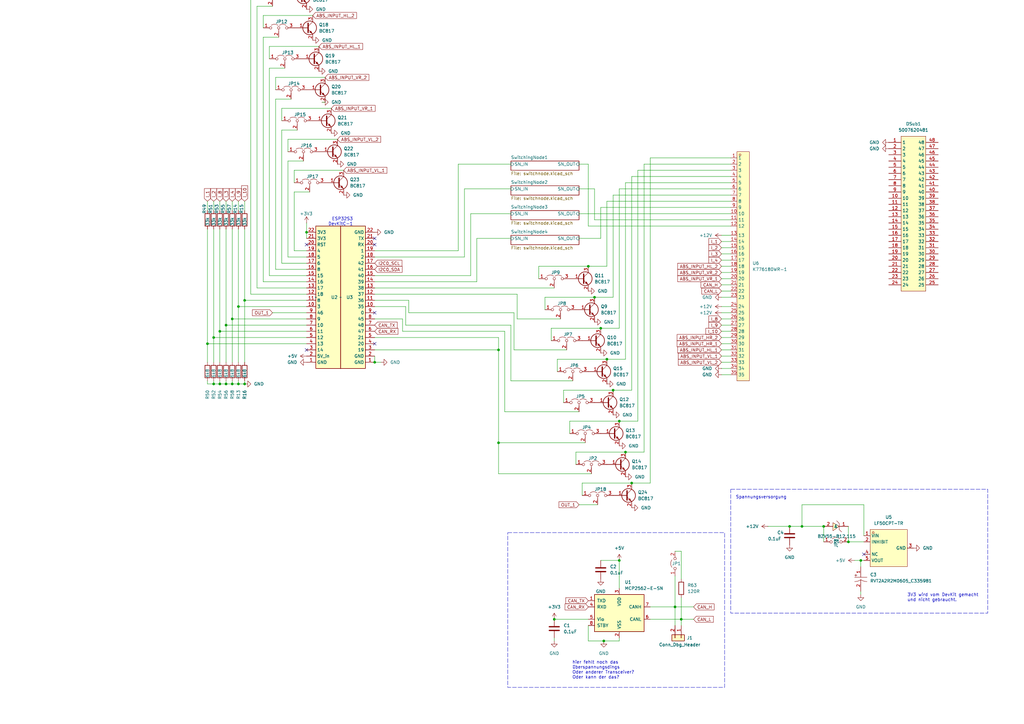
<source format=kicad_sch>
(kicad_sch (version 20250114) (generator "eeschema") (generator_version "9.0")
  (paper "A3")
  (title_block (title "ESPPDM"))
  (rectangle (start 208.28 218.44) (end 297.18 281.94) (stroke (width 0) (type dash)))
  (rectangle (start 299.72 200.66) (end 405.13 251.46) (stroke (width 0) (type dash)))
  (text "3V3 wird vom DevKit gemacht\nund nicht gebraucht." (at 372.11 246.888 0) (effects (font (size 1.27 1.27)) (justify left bottom)))
  (text "hier fehlt noch das\nüberspannungsdings\nOder anderer Transceiver?\nOder kann der das?" (at 234.696 278.638 0) (effects (font (size 1.27 1.27)) (justify left bottom)))
  (text "Spannungsversorgung" (at 301.752 204.724 0) (effects (font (size 1.27 1.27)) (justify left bottom)))
  (text "ESP32S3\nDevKitC-1" (at 144.78 92.71 0) (effects (font (size 1.27 1.27)) (justify right bottom)))
  (junction (at 92.71 157.48))
  (junction (at 353.06 229.87))
  (junction (at 125.73 95.25))
  (junction (at 97.79 157.48))
  (junction (at 87.63 157.48))
  (junction (at 204.47 181.61))
  (junction (at 87.63 138.43))
  (junction (at 241.3 109.22))
  (junction (at 347.98 222.25))
  (junction (at 95.25 130.81))
  (junction (at 204.47 143.51))
  (junction (at 256.54 185.42))
  (junction (at 246.38 134.62))
  (junction (at 328.93 215.9))
  (junction (at 247.65 262.89))
  (junction (at 90.17 135.89))
  (junction (at 254 229.87))
  (junction (at 90.17 157.48))
  (junction (at 243.84 121.92))
  (junction (at 259.08 198.12))
  (junction (at 276.86 248.92))
  (junction (at 251.46 160.02))
  (junction (at 279.4 254))
  (junction (at 337.82 215.9))
  (junction (at 248.92 147.32))
  (junction (at 100.33 157.48))
  (junction (at 254 172.72))
  (junction (at 227.33 254))
  (junction (at 85.09 140.97))
  (junction (at 323.85 215.9))
  (junction (at 95.25 157.48))
  (junction (at 92.71 133.35))
  (junction (at 100.33 123.19))
  (junction (at 97.79 125.73))
  (junction (at 153.67 148.59))
  (no_connect (at 153.67 128.27))
  (no_connect (at 125.73 143.51))
  (no_connect (at 153.67 100.33))
  (no_connect (at 153.67 140.97))
  (no_connect (at 125.73 100.33))
  (no_connect (at 354.33 227.33))
  (no_connect (at 153.67 97.79))
  (wire (pts (xy 299.72 101.6) (xy 295.91 101.6)))
  (wire (pts (xy 85.09 157.48) (xy 85.09 156.21)))
  (wire (pts (xy 276.86 226.06) (xy 279.4 226.06)))
  (wire (pts (xy 266.7 64.77) (xy 266.7 198.12)))
  (wire (pts (xy 133.35 41.91) (xy 132.08 41.91)))
  (wire (pts (xy 193.04 87.63) (xy 209.55 87.63)))
  (wire (pts (xy 90.17 86.36) (xy 90.17 82.55)))
  (wire (pts (xy 121.92 53.34) (xy 115.57 53.34)))
  (wire (pts (xy 295.91 140.97) (xy 299.72 140.97)))
  (wire (pts (xy 190.5 105.41) (xy 190.5 77.47)))
  (wire (pts (xy 233.68 177.8) (xy 233.68 172.72)))
  (wire (pts (xy 92.71 86.36) (xy 92.71 82.55)))
  (wire (pts (xy 256.54 185.42) (xy 264.16 185.42)))
  (wire (pts (xy 153.67 146.05) (xy 153.67 148.59)))
  (wire (pts (xy 209.55 133.35) (xy 166.37 133.35)))
  (wire (pts (xy 354.33 222.25) (xy 347.98 222.25)))
  (wire (pts (xy 105.41 118.11) (xy 125.73 118.11)))
  (wire (pts (xy 223.52 121.92) (xy 243.84 121.92)))
  (wire (pts (xy 97.79 125.73) (xy 97.79 148.59)))
  (wire (pts (xy 90.17 157.48) (xy 90.17 156.21)))
  (wire (pts (xy 276.86 248.92) (xy 276.86 256.54)))
  (wire (pts (xy 254 77.47) (xy 299.72 77.47)))
  (wire (pts (xy 254 229.87) (xy 254 241.3)))
  (wire (pts (xy 236.22 185.42) (xy 256.54 185.42)))
  (wire (pts (xy 97.79 156.21) (xy 97.79 157.48)))
  (wire (pts (xy 229.87 130.81) (xy 212.09 130.81)))
  (wire (pts (xy 299.72 109.22) (xy 295.91 109.22)))
  (wire (pts (xy 240.03 181.61) (xy 204.47 181.61)))
  (wire (pts (xy 299.72 96.52) (xy 295.91 96.52)))
  (wire (pts (xy 279.4 254) (xy 279.4 256.54)))
  (wire (pts (xy 153.67 138.43) (xy 204.47 138.43)))
  (wire (pts (xy 102.87 120.65) (xy 125.73 120.65)))
  (wire (pts (xy 100.33 82.55) (xy 100.33 86.36)))
  (wire (pts (xy 246.38 97.79) (xy 246.38 85.09)))
  (wire (pts (xy 254 134.62) (xy 254 77.47)))
  (wire (pts (xy 92.71 133.35) (xy 92.71 148.59)))
  (wire (pts (xy 328.93 215.9) (xy 328.93 207.01)))
  (wire (pts (xy 187.96 102.87) (xy 187.96 67.31)))
  (wire (pts (xy 120.65 69.85) (xy 140.97 69.85)))
  (wire (pts (xy 153.67 143.51) (xy 204.47 143.51)))
  (wire (pts (xy 190.5 77.47) (xy 209.55 77.47)))
  (wire (pts (xy 85.09 157.48) (xy 87.63 157.48)))
  (wire (pts (xy 238.76 203.2) (xy 238.76 198.12)))
  (wire (pts (xy 248.92 147.32) (xy 228.6 147.32)))
  (wire (pts (xy 328.93 207.01) (xy 354.33 207.01)))
  (wire (pts (xy 223.52 127) (xy 223.52 121.92)))
  (wire (pts (xy 167.64 128.27) (xy 210.82 128.27)))
  (wire (pts (xy 115.57 49.53) (xy 115.57 44.45)))
  (wire (pts (xy 299.72 119.38) (xy 295.91 119.38)))
  (wire (pts (xy 115.57 44.45) (xy 135.89 44.45)))
  (wire (pts (xy 107.95 115.57) (xy 125.73 115.57)))
  (wire (pts (xy 118.11 105.41) (xy 125.73 105.41)))
  (wire (pts (xy 276.86 236.22) (xy 276.86 248.92)))
  (wire (pts (xy 87.63 138.43) (xy 87.63 148.59)))
  (wire (pts (xy 243.84 121.92) (xy 251.46 121.92)))
  (wire (pts (xy 165.1 130.81) (xy 165.1 135.89)))
  (wire (pts (xy 279.4 245.11) (xy 279.4 254)))
  (wire (pts (xy 153.67 120.65) (xy 212.09 120.65)))
  (wire (pts (xy 85.09 140.97) (xy 85.09 148.59)))
  (wire (pts (xy 153.67 105.41) (xy 190.5 105.41)))
  (wire (pts (xy 97.79 125.73) (xy 125.73 125.73)))
  (wire (pts (xy 95.25 93.98) (xy 95.25 130.81)))
  (wire (pts (xy 102.87 -19.05) (xy 123.19 -19.05)))
  (wire (pts (xy 241.3 67.31) (xy 237.49 67.31)))
  (wire (pts (xy 85.09 93.98) (xy 85.09 140.97)))
  (wire (pts (xy 295.91 111.76) (xy 299.72 111.76)))
  (wire (pts (xy 231.14 160.02) (xy 251.46 160.02)))
  (wire (pts (xy 264.16 67.31) (xy 299.72 67.31)))
  (wire (pts (xy 241.3 256.54) (xy 241.3 262.89)))
  (wire (pts (xy 167.64 128.27) (xy 167.64 123.19)))
  (wire (pts (xy 97.79 82.55) (xy 97.79 86.36)))
  (wire (pts (xy 92.71 133.35) (xy 125.73 133.35)))
  (wire (pts (xy 107.95 11.43) (xy 107.95 6.35)))
  (wire (pts (xy 295.91 148.59) (xy 299.72 148.59)))
  (wire (pts (xy 299.72 90.17) (xy 243.84 90.17)))
  (wire (pts (xy 113.03 110.49) (xy 125.73 110.49)))
  (wire (pts (xy 266.7 248.92) (xy 276.86 248.92)))
  (wire (pts (xy 254 172.72) (xy 261.62 172.72)))
  (wire (pts (xy 100.33 123.19) (xy 100.33 148.59)))
  (wire (pts (xy 90.17 135.89) (xy 90.17 148.59)))
  (wire (pts (xy 237.49 97.79) (xy 246.38 97.79)))
  (wire (pts (xy 95.25 130.81) (xy 125.73 130.81)))
  (wire (pts (xy 124.46 66.04) (xy 118.11 66.04)))
  (wire (pts (xy 195.58 97.79) (xy 209.55 97.79)))
  (wire (pts (xy 102.87 -13.97) (xy 102.87 -19.05)))
  (wire (pts (xy 167.64 123.19) (xy 153.67 123.19)))
  (wire (pts (xy 353.06 242.57) (xy 353.06 243.84)))
  (wire (pts (xy 195.58 115.57) (xy 195.58 97.79)))
  (wire (pts (xy 247.65 262.89) (xy 254 262.89)))
  (wire (pts (xy 232.41 143.51) (xy 210.82 143.51)))
  (wire (pts (xy 92.71 93.98) (xy 92.71 133.35)))
  (wire (pts (xy 125.73 97.79) (xy 125.73 95.25)))
  (wire (pts (xy 299.72 125.73) (xy 295.91 125.73)))
  (wire (pts (xy 113.03 40.64) (xy 113.03 110.49)))
  (wire (pts (xy 115.57 107.95) (xy 125.73 107.95)))
  (wire (pts (xy 299.72 133.35) (xy 295.91 133.35)))
  (wire (pts (xy 299.72 135.89) (xy 295.91 135.89)))
  (wire (pts (xy 261.62 69.85) (xy 261.62 172.72)))
  (wire (pts (xy 299.72 121.92) (xy 295.91 121.92)))
  (wire (pts (xy 105.41 -1.27) (xy 105.41 -6.35)))
  (wire (pts (xy 187.96 67.31) (xy 209.55 67.31)))
  (wire (pts (xy 105.41 2.54) (xy 105.41 118.11)))
  (wire (pts (xy 241.3 262.89) (xy 247.65 262.89)))
  (wire (pts (xy 97.79 93.98) (xy 97.79 125.73)))
  (wire (pts (xy 119.38 40.64) (xy 113.03 40.64)))
  (wire (pts (xy 87.63 138.43) (xy 125.73 138.43)))
  (wire (pts (xy 204.47 181.61) (xy 204.47 194.31)))
  (wire (pts (xy 107.95 6.35) (xy 128.27 6.35)))
  (wire (pts (xy 107.95 15.24) (xy 107.95 115.57)))
  (wire (pts (xy 299.72 99.06) (xy 295.91 99.06)))
  (wire (pts (xy 337.82 215.9) (xy 337.82 222.25)))
  (wire (pts (xy 328.93 215.9) (xy 337.82 215.9)))
  (wire (pts (xy 261.62 69.85) (xy 299.72 69.85)))
  (wire (pts (xy 226.06 139.7) (xy 226.06 134.62)))
  (wire (pts (xy 116.84 27.94) (xy 110.49 27.94)))
  (wire (pts (xy 246.38 85.09) (xy 299.72 85.09)))
  (wire (pts (xy 204.47 138.43) (xy 204.47 143.51)))
  (wire (pts (xy 110.49 19.05) (xy 110.49 24.13)))
  (wire (pts (xy 299.72 116.84) (xy 295.91 116.84)))
  (wire (pts (xy 299.72 104.14) (xy 295.91 104.14)))
  (wire (pts (xy 228.6 147.32) (xy 228.6 152.4)))
  (wire (pts (xy 354.33 207.01) (xy 354.33 219.71)))
  (wire (pts (xy 120.65 102.87) (xy 125.73 102.87)))
  (wire (pts (xy 248.92 147.32) (xy 256.54 147.32)))
  (wire (pts (xy 234.95 156.21) (xy 209.55 156.21)))
  (wire (pts (xy 237.49 168.91) (xy 207.01 168.91)))
  (wire (pts (xy 120.65 78.74) (xy 127 78.74)))
  (wire (pts (xy 92.71 157.48) (xy 95.25 157.48)))
  (wire (pts (xy 259.08 72.39) (xy 299.72 72.39)))
  (wire (pts (xy 111.76 2.54) (xy 105.41 2.54)))
  (wire (pts (xy 237.49 77.47) (xy 243.84 77.47)))
  (wire (pts (xy 115.57 53.34) (xy 115.57 107.95)))
  (wire (pts (xy 85.09 140.97) (xy 125.73 140.97)))
  (wire (pts (xy 97.79 157.48) (xy 95.25 157.48)))
  (wire (pts (xy 120.65 74.93) (xy 120.65 69.85)))
  (wire (pts (xy 153.67 113.03) (xy 193.04 113.03)))
  (wire (pts (xy 95.25 86.36) (xy 95.25 82.55)))
  (wire (pts (xy 231.14 165.1) (xy 231.14 160.02)))
  (wire (pts (xy 238.76 198.12) (xy 259.08 198.12)))
  (wire (pts (xy 100.33 156.21) (xy 100.33 157.48)))
  (wire (pts (xy 256.54 74.93) (xy 256.54 147.32)))
  (wire (pts (xy 90.17 135.89) (xy 125.73 135.89)))
  (wire (pts (xy 243.84 90.17) (xy 243.84 77.47)))
  (wire (pts (xy 276.86 248.92) (xy 284.48 248.92)))
  (wire (pts (xy 153.67 115.57) (xy 195.58 115.57)))
  (wire (pts (xy 299.72 106.68) (xy 295.91 106.68)))
  (wire (pts (xy 251.46 160.02) (xy 259.08 160.02)))
  (wire (pts (xy 110.49 113.03) (xy 125.73 113.03)))
  (wire (pts (xy 248.92 109.22) (xy 241.3 109.22)))
  (wire (pts (xy 120.65 102.87) (xy 120.65 78.74)))
  (wire (pts (xy 220.98 109.22) (xy 241.3 109.22)))
  (wire (pts (xy 90.17 157.48) (xy 92.71 157.48)))
  (wire (pts (xy 227.33 254) (xy 241.3 254)))
  (wire (pts (xy 266.7 254) (xy 279.4 254)))
  (wire (pts (xy 90.17 93.98) (xy 90.17 135.89)))
  (wire (pts (xy 254 262.89) (xy 254 261.62)))
  (wire (pts (xy 166.37 125.73) (xy 166.37 133.35)))
  (wire (pts (xy 259.08 198.12) (xy 266.7 198.12)))
  (wire (pts (xy 95.25 157.48) (xy 95.25 156.21)))
  (wire (pts (xy 299.72 114.3) (xy 295.91 114.3)))
  (wire (pts (xy 299.72 130.81) (xy 295.91 130.81)))
  (wire (pts (xy 92.71 157.48) (xy 92.71 156.21)))
  (wire (pts (xy 233.68 172.72) (xy 254 172.72)))
  (wire (pts (xy 299.72 151.13) (xy 295.91 151.13)))
  (wire (pts (xy 242.57 194.31) (xy 204.47 194.31)))
  (wire (pts (xy 209.55 156.21) (xy 209.55 133.35)))
  (wire (pts (xy 299.72 64.77) (xy 266.7 64.77)))
  (wire (pts (xy 118.11 62.23) (xy 118.11 57.15)))
  (wire (pts (xy 114.3 15.24) (xy 107.95 15.24)))
  (wire (pts (xy 227.33 261.62) (xy 227.33 262.89)))
  (wire (pts (xy 153.67 118.11) (xy 227.33 118.11)))
  (wire (pts (xy 102.87 120.65) (xy 102.87 -10.16)))
  (wire (pts (xy 210.82 143.51) (xy 210.82 128.27)))
  (wire (pts (xy 153.67 130.81) (xy 165.1 130.81)))
  (wire (pts (xy 299.72 138.43) (xy 295.91 138.43)))
  (wire (pts (xy 246.38 229.87) (xy 254 229.87)))
  (wire (pts (xy 246.38 134.62) (xy 254 134.62)))
  (wire (pts (xy 153.67 102.87) (xy 187.96 102.87)))
  (wire (pts (xy 130.81 19.05) (xy 110.49 19.05)))
  (wire (pts (xy 248.92 82.55) (xy 299.72 82.55)))
  (wire (pts (xy 212.09 130.81) (xy 212.09 120.65)))
  (wire (pts (xy 295.91 146.05) (xy 299.72 146.05)))
  (wire (pts (xy 299.72 153.67) (xy 295.91 153.67)))
  (wire (pts (xy 166.37 125.73) (xy 153.67 125.73)))
  (wire (pts (xy 95.25 130.81) (xy 95.25 148.59)))
  (wire (pts (xy 118.11 57.15) (xy 138.43 57.15)))
  (wire (pts (xy 251.46 80.01) (xy 299.72 80.01)))
  (wire (pts (xy 347.98 215.9) (xy 347.98 222.25)))
  (wire (pts (xy 113.03 31.75) (xy 133.35 31.75)))
  (wire (pts (xy 111.76 128.27) (xy 125.73 128.27)))
  (wire (pts (xy 87.63 93.98) (xy 87.63 138.43)))
  (wire (pts (xy 87.63 157.48) (xy 87.63 156.21)))
  (wire (pts (xy 85.09 86.36) (xy 85.09 82.55)))
  (wire (pts (xy 279.4 254) (xy 284.48 254)))
  (wire (pts (xy 118.11 66.04) (xy 118.11 105.41)))
  (wire (pts (xy 279.4 226.06) (xy 279.4 237.49)))
  (wire (pts (xy 153.67 148.59) (xy 156.21 148.59)))
  (wire (pts (xy 353.06 229.87) (xy 353.06 232.41)))
  (wire (pts (xy 295.91 143.51) (xy 299.72 143.51)))
  (wire (pts (xy 100.33 123.19) (xy 125.73 123.19)))
  (wire (pts (xy 236.22 190.5) (xy 236.22 185.42)))
  (wire (pts (xy 105.41 -6.35) (xy 125.73 -6.35)))
  (wire (pts (xy 226.06 134.62) (xy 246.38 134.62)))
  (wire (pts (xy 264.16 67.31) (xy 264.16 185.42)))
  (wire (pts (xy 350.52 229.87) (xy 353.06 229.87)))
  (wire (pts (xy 314.96 215.9) (xy 323.85 215.9)))
  (wire (pts (xy 323.85 215.9) (xy 328.93 215.9)))
  (wire (pts (xy 207.01 135.89) (xy 207.01 168.91)))
  (wire (pts (xy 353.06 229.87) (xy 354.33 229.87)))
  (wire (pts (xy 299.72 92.71) (xy 241.3 92.71)))
  (wire (pts (xy 87.63 157.48) (xy 90.17 157.48)))
  (wire (pts (xy 113.03 36.83) (xy 113.03 31.75)))
  (wire (pts (xy 241.3 92.71) (xy 241.3 67.31)))
  (wire (pts (xy 193.04 113.03) (xy 193.04 87.63)))
  (wire (pts (xy 87.63 86.36) (xy 87.63 82.55)))
  (wire (pts (xy 125.73 91.44) (xy 125.73 95.25)))
  (wire (pts (xy 204.47 143.51) (xy 204.47 181.61)))
  (wire (pts (xy 248.92 82.55) (xy 248.92 109.22)))
  (wire (pts (xy 100.33 157.48) (xy 97.79 157.48)))
  (wire (pts (xy 102.87 -10.16) (xy 109.22 -10.16)))
  (wire (pts (xy 259.08 72.39) (xy 259.08 160.02)))
  (wire (pts (xy 100.33 93.98) (xy 100.33 123.19)))
  (wire (pts (xy 251.46 80.01) (xy 251.46 121.92)))
  (wire (pts (xy 110.49 27.94) (xy 110.49 113.03)))
  (wire (pts (xy 237.49 207.01) (xy 245.11 207.01)))
  (wire (pts (xy 299.72 128.27) (xy 295.91 128.27)))
  (wire (pts (xy 256.54 74.93) (xy 299.72 74.93)))
  (wire (pts (xy 165.1 135.89) (xy 207.01 135.89)))
  (wire (pts (xy 220.98 114.3) (xy 220.98 109.22)))
  (wire (pts (xy 237.49 87.63) (xy 299.72 87.63)))
  (global_label "I_3" (shape input) (at 295.91 104.14 180) (property "Intersheetrefs" "${INTERSHEET_REFS}" (effects (hide yes))))
  (global_label "I_8" (shape input) (at 295.91 130.81 180) (property "Intersheetrefs" "${INTERSHEET_REFS}" (effects (hide yes))))
  (global_label "CAN_RX" (shape input) (at 241.3 248.92 180) (property "Intersheetrefs" "${INTERSHEET_REFS}" (effects (hide yes))))
  (global_label "I_8" (shape input) (at 90.17 82.55 90) (property "Intersheetrefs" "${INTERSHEET_REFS}" (effects (hide yes))))
  (global_label "OUT_1" (shape input) (at 111.76 128.27 180) (property "Intersheetrefs" "${INTERSHEET_REFS}" (effects (hide yes))))
  (global_label "I_3" (shape input) (at 92.71 82.55 90) (property "Intersheetrefs" "${INTERSHEET_REFS}" (effects (hide yes))))
  (global_label "OUT_1" (shape input) (at 237.49 207.01 180) (property "Intersheetrefs" "${INTERSHEET_REFS}" (effects (hide yes))))
  (global_label "I_10" (shape input) (at 100.33 82.55 90) (property "Intersheetrefs" "${INTERSHEET_REFS}" (effects (hide yes))))
  (global_label "I_9" (shape input) (at 295.91 133.35 180) (property "Intersheetrefs" "${INTERSHEET_REFS}" (effects (hide yes))))
  (global_label "I_1" (shape input) (at 295.91 99.06 180) (property "Intersheetrefs" "${INTERSHEET_REFS}" (effects (hide yes))))
  (global_label "ABS_INPUT_VL_2" (shape input) (at 138.43 57.15 0) (property "Intersheetrefs" "${INTERSHEET_REFS}" (effects (hide yes))))
  (global_label "CAN_L" (shape input) (at 284.48 254 0) (property "Intersheetrefs" "${INTERSHEET_REFS}" (effects (hide yes))))
  (global_label "ABS_INPUT_HL_2" (shape input) (at 295.91 109.22 180) (property "Intersheetrefs" "${INTERSHEET_REFS}" (effects (hide yes))))
  (global_label "I_10" (shape input) (at 295.91 135.89 180) (property "Intersheetrefs" "${INTERSHEET_REFS}" (effects (hide yes))))
  (global_label "CAN_H" (shape input) (at 295.91 116.84 180) (property "Intersheetrefs" "${INTERSHEET_REFS}" (effects (hide yes))))
  (global_label "ABS_INPUT_HL_2" (shape input) (at 128.27 6.35 0) (property "Intersheetrefs" "${INTERSHEET_REFS}" (effects (hide yes))))
  (global_label "I_9" (shape input) (at 97.79 82.55 90) (property "Intersheetrefs" "${INTERSHEET_REFS}" (effects (hide yes))))
  (global_label "I_4" (shape input) (at 95.25 82.55 90) (property "Intersheetrefs" "${INTERSHEET_REFS}" (effects (hide yes))))
  (global_label "ABS_INPUT_HR_2" (shape input) (at 295.91 138.43 180) (property "Intersheetrefs" "${INTERSHEET_REFS}" (effects (hide yes))))
  (global_label "I_4" (shape input) (at 295.91 106.68 180) (property "Intersheetrefs" "${INTERSHEET_REFS}" (effects (hide yes))))
  (global_label "CAN_RX" (shape input) (at 153.67 135.89 0) (property "Intersheetrefs" "${INTERSHEET_REFS}" (effects (hide yes))))
  (global_label "ABS_INPUT_HL_1" (shape input) (at 295.91 143.51 180) (property "Intersheetrefs" "${INTERSHEET_REFS}" (effects (hide yes))))
  (global_label "I2C0_SCL" (shape input) (at 153.67 107.95 0) (property "Intersheetrefs" "${INTERSHEET_REFS}" (effects (hide yes))))
  (global_label "ABS_INPUT_VL_1" (shape input) (at 140.97 69.85 0) (property "Intersheetrefs" "${INTERSHEET_REFS}" (effects (hide yes))))
  (global_label "CAN_L" (shape input) (at 295.91 119.38 180) (property "Intersheetrefs" "${INTERSHEET_REFS}" (effects (hide yes))))
  (global_label "ABS_INPUT_HL_1" (shape input) (at 130.81 19.05 0) (property "Intersheetrefs" "${INTERSHEET_REFS}" (effects (hide yes))))
  (global_label "ABS_INPUT_HR_1" (shape input) (at 125.73 -6.35 0) (property "Intersheetrefs" "${INTERSHEET_REFS}" (effects (hide yes))))
  (global_label "I_1" (shape input) (at 85.09 82.55 90) (property "Intersheetrefs" "${INTERSHEET_REFS}" (effects (hide yes))))
  (global_label "I2C0_SDA" (shape input) (at 153.67 110.49 0) (property "Intersheetrefs" "${INTERSHEET_REFS}" (effects (hide yes))))
  (global_label "ABS_INPUT_VR_1" (shape input) (at 295.91 114.3 180) (property "Intersheetrefs" "${INTERSHEET_REFS}" (effects (hide yes))))
  (global_label "CAN_H" (shape input) (at 284.48 248.92 0) (property "Intersheetrefs" "${INTERSHEET_REFS}" (effects (hide yes))))
  (global_label "ABS_INPUT_HR_2" (shape input) (at 123.19 -19.05 0) (property "Intersheetrefs" "${INTERSHEET_REFS}" (effects (hide yes))))
  (global_label "ABS_INPUT_VL_2" (shape input) (at 295.91 148.59 180) (property "Intersheetrefs" "${INTERSHEET_REFS}" (effects (hide yes))))
  (global_label "ABS_INPUT_VR_2" (shape input) (at 133.35 31.75 0) (property "Intersheetrefs" "${INTERSHEET_REFS}" (effects (hide yes))))
  (global_label "I_2" (shape input) (at 295.91 101.6 180) (property "Intersheetrefs" "${INTERSHEET_REFS}" (effects (hide yes))))
  (global_label "CAN_TX" (shape input) (at 241.3 246.38 180) (property "Intersheetrefs" "${INTERSHEET_REFS}" (effects (hide yes))))
  (global_label "CAN_TX" (shape input) (at 153.67 133.35 0) (property "Intersheetrefs" "${INTERSHEET_REFS}" (effects (hide yes))))
  (global_label "ABS_INPUT_VR_1" (shape input) (at 135.89 44.45 0) (property "Intersheetrefs" "${INTERSHEET_REFS}" (effects (hide yes))))
  (global_label "ABS_INPUT_VL_1" (shape input) (at 295.91 146.05 180) (property "Intersheetrefs" "${INTERSHEET_REFS}" (effects (hide yes))))
  (global_label "I_2" (shape input) (at 87.63 82.55 90) (property "Intersheetrefs" "${INTERSHEET_REFS}" (effects (hide yes))))
  (global_label "ABS_INPUT_VR_2" (shape input) (at 295.91 111.76 180) (property "Intersheetrefs" "${INTERSHEET_REFS}" (effects (hide yes))))
  (global_label "ABS_INPUT_HR_1" (shape input) (at 295.91 140.97 180) (property "Intersheetrefs" "${INTERSHEET_REFS}" (effects (hide yes))))
  (symbol (lib_id "power:GND") (at 227.33 262.89 0) (unit 1)
    (property "Reference" "#PWR043" (effects (hide yes)))
    (property "Value" "GND" (at 227.33 267.97 0))
  )
  (symbol (lib_name "GND_5") (lib_id "power:GND") (at 132.08 41.91 90) (unit 1)
    (property "Reference" "#PWR021" (effects (hide yes)))
    (property "Value" "GND" (at 135.89 41.9099 90) (effects (justify right)))
    (property "Description" "Power symbol creates a global label with name \"GND\" , ground" (effects (hide yes)))
  )
  (symbol (lib_id "Transistor_BJT:BC817") (at 123.19 -1.27 0) (unit 1)
    (property "Reference" "Q17" (at 128.27 -2.5401 0) (effects (justify left)))
    (property "Value" "BC817" (at 128.27 -0.0001 0) (effects (justify left)))
    (property "Footprint" "Package_TO_SOT_SMD:SOT-23" (effects (hide yes)))
    (property "Datasheet" "https://www.onsemi.com/pub/Collateral/BC818-D.pdf" (effects (hide yes)))
    (property "Description" "0.8A Ic, 45V Vce, NPN Transistor, SOT-23" (effects (hide yes)))
  )
  (symbol (lib_name "GND_5") (lib_id "power:GND") (at 241.3 119.38 90) (unit 1)
    (property "Reference" "#PWR010" (effects (hide yes)))
    (property "Value" "GND" (at 245.11 119.3799 90) (effects (justify right)))
    (property "Description" "Power symbol creates a global label with name \"GND\" , ground" (effects (hide yes)))
  )
  (symbol (lib_id "Transistor_BJT:BC817") (at 138.43 74.93 0) (unit 1)
    (property "Reference" "Q23" (at 143.51 73.6599 0) (effects (justify left)))
    (property "Value" "BC817" (at 143.51 76.1999 0) (effects (justify left)))
    (property "Footprint" "Package_TO_SOT_SMD:SOT-23" (effects (hide yes)))
    (property "Datasheet" "https://www.onsemi.com/pub/Collateral/BC818-D.pdf" (effects (hide yes)))
    (property "Description" "0.8A Ic, 45V Vce, NPN Transistor, SOT-23" (effects (hide yes)))
  )
  (symbol (lib_id "Device:R") (at 85.09 152.4 0) (unit 1)
    (property "Reference" "R50" (at 85.09 163.83 90) (effects (justify left)))
    (property "Value" "6k8" (at 85.09 154.94 90) (effects (justify left)))
    (property "Footprint" "Resistor_SMD:R_0603_1608Metric" (effects (hide yes)))
  )
  (symbol (lib_id "Jumper:Jumper_3_Open") (at 121.92 49.53 0) (unit 1) (in_bom no)
    (property "Reference" "JP15" (at 120.6499 46.99 0) (effects (justify left)))
    (property "Value" "Jumper_3_Open" (effects (hide yes)))
    (property "Footprint" "Jumper:SolderJumper-3_P1.3mm_Open_Pad1.0x1.5mm_NumberLabels" (effects (hide yes)))
    (property "Description" "Jumper, 3-pole, both open" (effects (hide yes)))
  )
  (symbol (lib_id "custom:esp32-s3-devkitc-1_r") (at 137.16 121.92 180) (unit 1)
    (property "Reference" "U2" (at 137.16 121.92 0))
    (property "Value" "~" (at 129.54 121.92 0))
    (property "Footprint" "Connector_PinSocket_2.54mm:PinSocket_1x22_P2.54mm_Vertical" (effects (hide yes)))
  )
  (symbol (lib_id "lcsc:BZV55-B12,115") (at 342.9 215.9 180) (unit 1)
    (property "Reference" "D1" (at 343.154 221.996 0))
    (property "Value" "BZV55-B12,115" (at 343.154 219.964 0))
    (property "Footprint" "lcsc:SOD-80C_L3.3-W1.5-RD" (effects (hide yes)))
    (property "Datasheet" "https://lcsc.com/product-detail/Zener-Diodes_Nexperia-BZV55-B12-115_C426807.html" (effects (hide yes)))
    (property "LCSC Part" "C426807" (effects (hide yes)))
  )
  (symbol (lib_id "Device:R") (at 95.25 90.17 0) (unit 1)
    (property "Reference" "R57" (at 93.98 87.63 90) (effects (justify left)))
    (property "Value" "33k" (at 95.25 92.71 90) (effects (justify left)))
    (property "Footprint" "Resistor_SMD:R_0603_1608Metric" (effects (hide yes)))
  )
  (symbol (lib_id "Device:R") (at 97.79 90.17 0) (unit 1)
    (property "Reference" "R14" (at 96.52 87.63 90) (effects (justify left)))
    (property "Value" "33k" (at 97.79 92.71 90) (effects (justify left)))
    (property "Footprint" "Resistor_SMD:R_0603_1608Metric" (effects (hide yes)))
  )
  (symbol (lib_name "GND_5") (lib_id "power:GND") (at 248.92 157.48 90) (unit 1)
    (property "Reference" "#PWR014" (effects (hide yes)))
    (property "Value" "GND" (at 252.73 157.4799 90) (effects (justify right)))
    (property "Description" "Power symbol creates a global label with name \"GND\" , ground" (effects (hide yes)))
  )
  (symbol (lib_id "Jumper:Jumper_3_Open") (at 245.11 203.2 0) (unit 1) (in_bom no)
    (property "Reference" "JP18" (at 243.8399 200.66 0) (effects (justify left)))
    (property "Value" "Jumper_3_Open" (effects (hide yes)))
    (property "Footprint" "Jumper:SolderJumper-3_P1.3mm_Open_Pad1.0x1.5mm_NumberLabels" (effects (hide yes)))
    (property "Description" "Jumper, 3-pole, both open" (effects (hide yes)))
  )
  (symbol (lib_name "GND_5") (lib_id "power:GND") (at 128.27 16.51 90) (unit 1)
    (property "Reference" "#PWR016" (effects (hide yes)))
    (property "Value" "GND" (at 132.08 16.5099 90) (effects (justify right)))
    (property "Description" "Power symbol creates a global label with name \"GND\" , ground" (effects (hide yes)))
  )
  (symbol (lib_id "Transistor_BJT:BC817") (at 238.76 114.3 0) (unit 1)
    (property "Reference" "Q11" (at 243.84 113.0299 0) (effects (justify left)))
    (property "Value" "BC817" (at 243.84 115.5699 0) (effects (justify left)))
    (property "Footprint" "Package_TO_SOT_SMD:SOT-23" (effects (hide yes)))
    (property "Datasheet" "https://www.onsemi.com/pub/Collateral/BC818-D.pdf" (effects (hide yes)))
    (property "Description" "0.8A Ic, 45V Vce, NPN Transistor, SOT-23" (effects (hide yes)))
  )
  (symbol (lib_name "GND_5") (lib_id "power:GND") (at 140.97 80.01 90) (unit 1)
    (property "Reference" "#PWR024" (effects (hide yes)))
    (property "Value" "GND" (at 144.78 80.0099 90) (effects (justify right)))
    (property "Description" "Power symbol creates a global label with name \"GND\" , ground" (effects (hide yes)))
  )
  (symbol (lib_name "GND_5") (lib_id "power:GND") (at 256.54 195.58 90) (unit 1)
    (property "Reference" "#PWR020" (effects (hide yes)))
    (property "Value" "GND" (at 260.35 195.5799 90) (effects (justify right)))
    (property "Description" "Power symbol creates a global label with name \"GND\" , ground" (effects (hide yes)))
  )
  (symbol (lib_name "GND_4") (lib_id "power:GND") (at 364.49 60.96 270) (unit 1)
    (property "Reference" "#PWR026" (effects (hide yes)))
    (property "Value" "GND" (at 360.68 60.9599 90) (effects (justify right)))
    (property "Description" "Power symbol creates a global label with name \"GND\" , ground" (effects (hide yes)))
  )
  (symbol (lib_id "Transistor_BJT:BC817") (at 135.89 62.23 0) (unit 1)
    (property "Reference" "Q22" (at 140.97 60.9599 0) (effects (justify left)))
    (property "Value" "BC817" (at 140.97 63.4999 0) (effects (justify left)))
    (property "Footprint" "Package_TO_SOT_SMD:SOT-23" (effects (hide yes)))
    (property "Datasheet" "https://www.onsemi.com/pub/Collateral/BC818-D.pdf" (effects (hide yes)))
    (property "Description" "0.8A Ic, 45V Vce, NPN Transistor, SOT-23" (effects (hide yes)))
  )
  (symbol (lib_id "Transistor_BJT:BC817") (at 251.46 177.8 0) (unit 1)
    (property "Reference" "Q13" (at 256.54 176.5299 0) (effects (justify left)))
    (property "Value" "BC817" (at 256.54 179.0699 0) (effects (justify left)))
    (property "Footprint" "Package_TO_SOT_SMD:SOT-23" (effects (hide yes)))
    (property "Datasheet" "https://www.onsemi.com/pub/Collateral/BC818-D.pdf" (effects (hide yes)))
    (property "Description" "0.8A Ic, 45V Vce, NPN Transistor, SOT-23" (effects (hide yes)))
  )
  (symbol (lib_name "GND_3") (lib_id "power:GND") (at 295.91 121.92 270) (unit 1)
    (property "Reference" "#PWR030" (effects (hide yes)))
    (property "Value" "GND" (at 292.1 121.9199 90) (effects (justify right)))
    (property "Description" "Power symbol creates a global label with name \"GND\" , ground" (effects (hide yes)))
  )
  (symbol (lib_id "Device:R") (at 95.25 152.4 0) (unit 1)
    (property "Reference" "R58" (at 95.25 163.83 90) (effects (justify left)))
    (property "Value" "6k8" (at 95.25 154.94 90) (effects (justify left)))
    (property "Footprint" "Resistor_SMD:R_0603_1608Metric" (effects (hide yes)))
  )
  (symbol (lib_id "Device:R") (at 100.33 90.17 0) (unit 1)
    (property "Reference" "R15" (at 99.06 87.63 90) (effects (justify left)))
    (property "Value" "33k" (at 100.33 92.71 90) (effects (justify left)))
    (property "Footprint" "Resistor_SMD:R_0603_1608Metric" (effects (hide yes)))
  )
  (symbol (lib_id "power:GND") (at 156.21 148.59 90) (unit 1)
    (property "Reference" "#PWR051" (effects (hide yes)))
    (property "Value" "GND" (at 160.02 148.59 90) (effects (justify right)))
  )
  (symbol (lib_id "Device:R") (at 87.63 90.17 0) (unit 1)
    (property "Reference" "R51" (at 86.36 87.63 90) (effects (justify left)))
    (property "Value" "33k" (at 87.63 92.71 90) (effects (justify left)))
    (property "Footprint" "Resistor_SMD:R_0603_1608Metric" (effects (hide yes)))
  )
  (symbol (lib_name "GND_1") (lib_id "power:GND") (at 295.91 153.67 270) (unit 1)
    (property "Reference" "#PWR028" (effects (hide yes)))
    (property "Value" "GND" (at 292.1 153.6699 90) (effects (justify right)))
    (property "Description" "Power symbol creates a global label with name \"GND\" , ground" (effects (hide yes)))
  )
  (symbol (lib_id "Transistor_BJT:BC817") (at 246.38 152.4 0) (unit 1)
    (property "Reference" "Q15" (at 251.46 151.1299 0) (effects (justify left)))
    (property "Value" "BC817" (at 251.46 153.6699 0) (effects (justify left)))
    (property "Footprint" "Package_TO_SOT_SMD:SOT-23" (effects (hide yes)))
    (property "Datasheet" "https://www.onsemi.com/pub/Collateral/BC818-D.pdf" (effects (hide yes)))
    (property "Description" "0.8A Ic, 45V Vce, NPN Transistor, SOT-23" (effects (hide yes)))
  )
  (symbol (lib_id "power:GND") (at 100.33 157.48 90) (unit 1)
    (property "Reference" "#PWR015" (effects (hide yes)))
    (property "Value" "GND" (at 104.14 157.4799 90) (effects (justify right)))
  )
  (symbol (lib_id "Device:R") (at 97.79 152.4 0) (unit 1)
    (property "Reference" "R13" (at 97.79 163.83 90) (effects (justify left)))
    (property "Value" "6k8" (at 97.79 154.94 90) (effects (justify left)))
    (property "Footprint" "Resistor_SMD:R_0603_1608Metric" (effects (hide yes)))
  )
  (symbol (lib_id "power:+12V") (at 295.91 125.73 90) (unit 1)
    (property "Reference" "#PWR031" (effects (hide yes)))
    (property "Value" "+12V" (at 292.1 125.7299 90) (effects (justify left)))
    (property "Description" "Power symbol creates a global label with name \"+12V\"" (effects (hide yes)))
  )
  (symbol (lib_id "power:+5V") (at 254 229.87 0) (unit 1)
    (property "Reference" "#PWR049" (effects (hide yes)))
    (property "Value" "+5V" (at 254 224.79 0))
  )
  (symbol (lib_id "Jumper:Jumper_3_Open") (at 232.41 139.7 0) (unit 1) (in_bom no)
    (property "Reference" "JP7" (at 231.1399 137.16 0) (effects (justify left)))
    (property "Value" "Jumper_3_Open" (effects (hide yes)))
    (property "Footprint" "Jumper:SolderJumper-3_P1.3mm_Open_Pad1.0x1.5mm_NumberLabels" (effects (hide yes)))
    (property "Description" "Jumper, 3-pole, both open" (effects (hide yes)))
  )
  (symbol (lib_id "lcsc:5007620481") (at 374.65 87.63 0) (unit 1)
    (property "Reference" "DSub1" (at 374.65 50.8 0))
    (property "Value" "5007620481" (at 374.65 53.34 0))
    (property "Footprint" "lcsc:CONN-TH_5007620481" (effects (hide yes)))
    (property "Datasheet" "https://lcsc.com/product-detail/D-Sub-Connectors_MOLEX_5007620481_5007620481_C164171.html" (effects (hide yes)))
    (property "LCSC Part" "C164171" (effects (hide yes)))
  )
  (symbol (lib_id "Device:C") (at 246.38 233.68 0) (unit 1)
    (property "Reference" "C2" (at 250.19 232.41 0) (effects (justify left)))
    (property "Value" "0.1uF" (at 250.19 234.95 0) (effects (justify left)))
    (property "Footprint" "Capacitor_SMD:C_0603_1608Metric" (effects (hide yes)))
  )
  (symbol (lib_id "power:+12V") (at 295.91 96.52 90) (unit 1)
    (property "Reference" "#PWR033" (effects (hide yes)))
    (property "Value" "+12V" (at 292.1 96.5199 90) (effects (justify left)))
    (property "Description" "Power symbol creates a global label with name \"+12V\"" (effects (hide yes)))
  )
  (symbol (lib_id "Jumper:Jumper_2_Open") (at 276.86 231.14 90) (unit 1)
    (property "Reference" "JP1" (at 275.59 231.14 90) (effects (justify right)))
    (property "Value" "Jumper_2_Open" (effects (hide yes)))
    (property "Footprint" "Jumper:SolderJumper-2_P1.3mm_Open_Pad1.0x1.5mm" (effects (hide yes)))
  )
  (symbol (lib_id "Jumper:Jumper_3_Open") (at 237.49 165.1 0) (unit 1) (in_bom no)
    (property "Reference" "JP5" (at 236.2199 162.56 0) (effects (justify left)))
    (property "Value" "Jumper_3_Open" (effects (hide yes)))
    (property "Footprint" "Jumper:SolderJumper-3_P1.3mm_Open_Pad1.0x1.5mm_NumberLabels" (effects (hide yes)))
    (property "Description" "Jumper, 3-pole, both open" (effects (hide yes)))
  )
  (symbol (lib_id "power:GND") (at 323.85 223.52 0) (unit 1)
    (property "Reference" "#PWR063" (effects (hide yes)))
    (property "Value" "GND" (at 323.85 228.6 0))
  )
  (symbol (lib_id "power:+3V3") (at 227.33 254 0) (unit 1)
    (property "Reference" "#PWR042" (effects (hide yes)))
    (property "Value" "+3V3" (at 227.33 248.92 0))
  )
  (symbol (lib_id "Jumper:Jumper_3_Open") (at 109.22 -13.97 0) (unit 1) (in_bom no)
    (property "Reference" "JP10" (at 107.9499 -16.51 0) (effects (justify left)))
    (property "Value" "Jumper_3_Open" (effects (hide yes)))
    (property "Footprint" "Jumper:SolderJumper-3_P1.3mm_Open_Pad1.0x1.5mm_NumberLabels" (effects (hide yes)))
    (property "Description" "Jumper, 3-pole, both open" (effects (hide yes)))
  )
  (symbol (lib_id "Device:R") (at 92.71 152.4 0) (unit 1)
    (property "Reference" "R56" (at 92.71 163.83 90) (effects (justify left)))
    (property "Value" "6k8" (at 92.71 154.94 90) (effects (justify left)))
    (property "Footprint" "Resistor_SMD:R_0603_1608Metric" (effects (hide yes)))
  )
  (symbol (lib_id "power:GND") (at 374.65 224.79 90) (unit 1)
    (property "Reference" "#PWR066" (effects (hide yes)))
    (property "Value" "GND" (at 378.46 224.7899 90) (effects (justify right)))
  )
  (symbol (lib_id "lcsc:RVT2A2R2M0605_C335981") (at 353.06 237.49 0) (unit 1)
    (property "Reference" "C3" (at 356.87 235.7161 0) (effects (justify left)))
    (property "Value" "RVT2A2R2M0605_C335981" (at 356.87 238.2561 0) (effects (justify left)))
    (property "Footprint" "lcsc:CAP-SMD_BD6.3-L6.6-W6.6-FD" (effects (hide yes)))
    (property "Datasheet" "https://lcsc.com/product-detail/Others_ROQANG-RVT2A2R2M0605_C335981.html" (effects (hide yes)))
    (property "LCSC Part" "C335981" (effects (hide yes)))
  )
  (symbol (lib_id "Connector_Generic:Conn_01x02") (at 279.4 261.62 270) (unit 1)
    (property "Reference" "J1" (at 281.686 261.62 90) (effects (justify left)))
    (property "Value" "Conn_Dbg_Header" (at 270.256 264.414 90) (effects (justify left)))
    (property "Footprint" "Connector_PinHeader_2.54mm:PinHeader_1x02_P2.54mm_Vertical" (effects (hide yes)))
    (property "Description" "Generic connector, single row, 01x02, script generated (kicad-library-utils/schlib/autogen/connector/)" (effects (hide yes)))
  )
  (symbol (lib_id "Jumper:Jumper_3_Open") (at 242.57 190.5 0) (unit 1) (in_bom no)
    (property "Reference" "JP2" (at 241.2999 187.96 0) (effects (justify left)))
    (property "Value" "Jumper_3_Open" (effects (hide yes)))
    (property "Footprint" "Jumper:SolderJumper-3_P1.3mm_Open_Pad1.0x1.5mm_NumberLabels" (effects (hide yes)))
    (property "Description" "Jumper, 3-pole, both open" (effects (hide yes)))
  )
  (symbol (lib_id "Transistor_BJT:BC817") (at 241.3 127 0) (unit 1)
    (property "Reference" "Q9" (at 246.38 125.7299 0) (effects (justify left)))
    (property "Value" "BC817" (at 246.38 128.2699 0) (effects (justify left)))
    (property "Footprint" "Package_TO_SOT_SMD:SOT-23" (effects (hide yes)))
    (property "Datasheet" "https://www.onsemi.com/pub/Collateral/BC818-D.pdf" (effects (hide yes)))
    (property "Description" "0.8A Ic, 45V Vce, NPN Transistor, SOT-23" (effects (hide yes)))
  )
  (symbol (lib_name "+3V3_1") (lib_id "power:+3V3") (at 125.73 91.44 0) (unit 1)
    (property "Reference" "#PWR046" (effects (hide yes)))
    (property "Value" "+3V3" (at 122.936 87.63 0) (effects (justify left)))
    (property "Description" "Power symbol creates a global label with name \"+3V3\"" (effects (hide yes)))
  )
  (symbol (lib_name "GND_5") (lib_id "power:GND") (at 246.38 144.78 90) (unit 1)
    (property "Reference" "#PWR013" (effects (hide yes)))
    (property "Value" "GND" (at 250.19 144.7799 90) (effects (justify right)))
    (property "Description" "Power symbol creates a global label with name \"GND\" , ground" (effects (hide yes)))
  )
  (symbol (lib_name "GND_5") (lib_id "power:GND") (at 243.84 132.08 90) (unit 1)
    (property "Reference" "#PWR09" (effects (hide yes)))
    (property "Value" "GND" (at 247.65 132.0799 90) (effects (justify right)))
    (property "Description" "Power symbol creates a global label with name \"GND\" , ground" (effects (hide yes)))
  )
  (symbol (lib_id "power:+12V") (at 314.96 215.9 90) (unit 1)
    (property "Reference" "#PWR035" (effects (hide yes)))
    (property "Value" "+12V" (at 311.15 215.8999 90) (effects (justify left)))
    (property "Description" "Power symbol creates a global label with name \"+12V\"" (effects (hide yes)))
  )
  (symbol (lib_id "Device:R") (at 92.71 90.17 0) (unit 1)
    (property "Reference" "R55" (at 91.44 87.63 90) (effects (justify left)))
    (property "Value" "33k" (at 92.71 92.71 90) (effects (justify left)))
    (property "Footprint" "Resistor_SMD:R_0603_1608Metric" (effects (hide yes)))
  )
  (symbol (lib_id "Jumper:Jumper_3_Open") (at 234.95 152.4 0) (unit 1) (in_bom no)
    (property "Reference" "JP6" (at 233.6799 149.86 0) (effects (justify left)))
    (property "Value" "Jumper_3_Open" (effects (hide yes)))
    (property "Footprint" "Jumper:SolderJumper-3_P1.3mm_Open_Pad1.0x1.5mm_NumberLabels" (effects (hide yes)))
    (property "Description" "Jumper, 3-pole, both open" (effects (hide yes)))
  )
  (symbol (lib_id "Jumper:Jumper_3_Open") (at 119.38 36.83 0) (unit 1) (in_bom no)
    (property "Reference" "JP14" (at 118.1099 34.29 0) (effects (justify left)))
    (property "Value" "Jumper_3_Open" (effects (hide yes)))
    (property "Footprint" "Jumper:SolderJumper-3_P1.3mm_Open_Pad1.0x1.5mm_NumberLabels" (effects (hide yes)))
    (property "Description" "Jumper, 3-pole, both open" (effects (hide yes)))
  )
  (symbol (lib_id "Device:R") (at 90.17 152.4 0) (unit 1)
    (property "Reference" "R54" (at 90.17 163.83 90) (effects (justify left)))
    (property "Value" "6k8" (at 90.17 154.94 90) (effects (justify left)))
    (property "Footprint" "Resistor_SMD:R_0603_1608Metric" (effects (hide yes)))
  )
  (symbol (lib_name "GND_5") (lib_id "power:GND") (at 254 182.88 90) (unit 1)
    (property "Reference" "#PWR017" (effects (hide yes)))
    (property "Value" "GND" (at 257.81 182.8799 90) (effects (justify right)))
    (property "Description" "Power symbol creates a global label with name \"GND\" , ground" (effects (hide yes)))
  )
  (symbol (lib_id "Transistor_BJT:BC817") (at 256.54 203.2 0) (unit 1)
    (property "Reference" "Q24" (at 261.62 201.9299 0) (effects (justify left)))
    (property "Value" "BC817" (at 261.62 204.4699 0) (effects (justify left)))
    (property "Footprint" "Package_TO_SOT_SMD:SOT-23" (effects (hide yes)))
    (property "Datasheet" "https://www.onsemi.com/pub/Collateral/BC818-D.pdf" (effects (hide yes)))
    (property "Description" "0.8A Ic, 45V Vce, NPN Transistor, SOT-23" (effects (hide yes)))
  )
  (symbol (lib_id "Jumper:Jumper_3_Open") (at 240.03 177.8 0) (unit 1) (in_bom no)
    (property "Reference" "JP4" (at 238.7599 175.26 0) (effects (justify left)))
    (property "Value" "Jumper_3_Open" (effects (hide yes)))
    (property "Footprint" "Jumper:SolderJumper-3_P1.3mm_Open_Pad1.0x1.5mm_NumberLabels" (effects (hide yes)))
    (property "Description" "Jumper, 3-pole, both open" (effects (hide yes)))
  )
  (symbol (lib_name "GND_5") (lib_id "power:GND") (at 259.08 208.28 90) (unit 1)
    (property "Reference" "#PWR027" (effects (hide yes)))
    (property "Value" "GND" (at 262.89 208.2799 90) (effects (justify right)))
    (property "Description" "Power symbol creates a global label with name \"GND\" , ground" (effects (hide yes)))
  )
  (symbol (lib_id "Device:C") (at 227.33 257.81 0) (unit 1)
    (property "Reference" "C1" (at 231.14 256.54 0) (effects (justify left)))
    (property "Value" "0.1uF" (at 231.14 259.08 0) (effects (justify left)))
    (property "Footprint" "Capacitor_SMD:C_0603_1608Metric" (effects (hide yes)))
  )
  (symbol (lib_id "Transistor_BJT:BC817") (at 130.81 36.83 0) (unit 1)
    (property "Reference" "Q20" (at 135.89 35.5599 0) (effects (justify left)))
    (property "Value" "BC817" (at 135.89 38.0999 0) (effects (justify left)))
    (property "Footprint" "Package_TO_SOT_SMD:SOT-23" (effects (hide yes)))
    (property "Datasheet" "https://www.onsemi.com/pub/Collateral/BC818-D.pdf" (effects (hide yes)))
    (property "Description" "0.8A Ic, 45V Vce, NPN Transistor, SOT-23" (effects (hide yes)))
  )
  (symbol (lib_id "Transistor_BJT:BC817") (at 248.92 165.1 0) (unit 1)
    (property "Reference" "Q12" (at 254 163.8299 0) (effects (justify left)))
    (property "Value" "BC817" (at 254 166.3699 0) (effects (justify left)))
    (property "Footprint" "Package_TO_SOT_SMD:SOT-23" (effects (hide yes)))
    (property "Datasheet" "https://www.onsemi.com/pub/Collateral/BC818-D.pdf" (effects (hide yes)))
    (property "Description" "0.8A Ic, 45V Vce, NPN Transistor, SOT-23" (effects (hide yes)))
  )
  (symbol (lib_name "GND_5") (lib_id "power:GND") (at 125.73 3.81 90) (unit 1)
    (property "Reference" "#PWR012" (effects (hide yes)))
    (property "Value" "GND" (at 129.54 3.8099 90) (effects (justify right)))
    (property "Description" "Power symbol creates a global label with name \"GND\" , ground" (effects (hide yes)))
  )
  (symbol (lib_id "power:GND") (at 246.38 237.49 0) (unit 1)
    (property "Reference" "#PWR044" (effects (hide yes)))
    (property "Value" "GND" (at 246.38 242.57 0))
  )
  (symbol (lib_id "Device:R") (at 100.33 152.4 0) (unit 1)
    (property "Reference" "R16" (at 100.33 163.83 90) (effects (justify left)))
    (property "Value" "6k8" (at 100.33 154.94 90) (effects (justify left)))
    (property "Footprint" "Resistor_SMD:R_0603_1608Metric" (effects (hide yes)))
  )
  (symbol (lib_id "Device:C") (at 323.85 219.71 0) (unit 1)
    (property "Reference" "C4" (at 318.77 218.44 0) (effects (justify left)))
    (property "Value" "0.1uF" (at 314.96 220.98 0) (effects (justify left)))
    (property "Footprint" "Capacitor_SMD:C_0603_1608Metric" (effects (hide yes)))
  )
  (symbol (lib_id "Device:R") (at 85.09 90.17 0) (unit 1)
    (property "Reference" "R49" (at 83.82 87.63 90) (effects (justify left)))
    (property "Value" "33k" (at 85.09 92.71 90) (effects (justify left)))
    (property "Footprint" "Resistor_SMD:R_0603_1608Metric" (effects (hide yes)))
  )
  (symbol (lib_id "Jumper:Jumper_3_Open") (at 227.33 114.3 0) (unit 1) (in_bom no)
    (property "Reference" "JP9" (at 226.0599 111.76 0) (effects (justify left)))
    (property "Value" "Jumper_3_Open" (effects (hide yes)))
    (property "Footprint" "Jumper:SolderJumper-3_P1.3mm_Open_Pad1.0x1.5mm_NumberLabels" (effects (hide yes)))
    (property "Description" "Jumper, 3-pole, both open" (effects (hide yes)))
  )
  (symbol (lib_name "GND_5") (lib_id "power:GND") (at 130.81 29.21 90) (unit 1)
    (property "Reference" "#PWR018" (effects (hide yes)))
    (property "Value" "GND" (at 134.62 29.2099 90) (effects (justify right)))
    (property "Description" "Power symbol creates a global label with name \"GND\" , ground" (effects (hide yes)))
  )
  (symbol (lib_id "Jumper:Jumper_3_Open") (at 116.84 24.13 0) (unit 1) (in_bom no)
    (property "Reference" "JP13" (at 115.5699 21.59 0) (effects (justify left)))
    (property "Value" "Jumper_3_Open" (effects (hide yes)))
    (property "Footprint" "Jumper:SolderJumper-3_P1.3mm_Open_Pad1.0x1.5mm_NumberLabels" (effects (hide yes)))
    (property "Description" "Jumper, 3-pole, both open" (effects (hide yes)))
  )
  (symbol (lib_id "Transistor_BJT:BC817") (at 128.27 24.13 0) (unit 1)
    (property "Reference" "Q19" (at 133.35 22.8599 0) (effects (justify left)))
    (property "Value" "BC817" (at 133.35 25.3999 0) (effects (justify left)))
    (property "Footprint" "Package_TO_SOT_SMD:SOT-23" (effects (hide yes)))
    (property "Datasheet" "https://www.onsemi.com/pub/Collateral/BC818-D.pdf" (effects (hide yes)))
    (property "Description" "0.8A Ic, 45V Vce, NPN Transistor, SOT-23" (effects (hide yes)))
  )
  (symbol (lib_id "Transistor_BJT:BC817") (at 125.73 11.43 0) (unit 1)
    (property "Reference" "Q18" (at 130.81 10.1599 0) (effects (justify left)))
    (property "Value" "BC817" (at 130.81 12.6999 0) (effects (justify left)))
    (property "Footprint" "Package_TO_SOT_SMD:SOT-23" (effects (hide yes)))
    (property "Datasheet" "https://www.onsemi.com/pub/Collateral/BC818-D.pdf" (effects (hide yes)))
    (property "Description" "0.8A Ic, 45V Vce, NPN Transistor, SOT-23" (effects (hide yes)))
  )
  (symbol (lib_id "Interface_CAN_LIN:MCP2562-E-SN") (at 254 251.46 0) (unit 1)
    (property "Reference" "U1" (at 256.1941 238.76 0) (effects (justify left)))
    (property "Value" "MCP2562-E-SN" (at 256.1941 241.3 0) (effects (justify left)))
    (property "Footprint" "Package_SO:SOIC-8_3.9x4.9mm_P1.27mm" (effects (hide yes)))
    (property "Datasheet" "http://ww1.microchip.com/downloads/en/DeviceDoc/25167A.pdf" (effects (hide yes)))
    (property "lcsc" "C53609" (effects (hide yes)))
  )
  (symbol (lib_id "Jumper:Jumper_3_Open") (at 229.87 127 0) (unit 1) (in_bom no)
    (property "Reference" "JP8" (at 228.5999 124.46 0) (effects (justify left)))
    (property "Value" "Jumper_3_Open" (effects (hide yes)))
    (property "Footprint" "Jumper:SolderJumper-3_P1.3mm_Open_Pad1.0x1.5mm_NumberLabels" (effects (hide yes)))
    (property "Description" "Jumper, 3-pole, both open" (effects (hide yes)))
  )
  (symbol (lib_name "GND_2") (lib_id "power:GND") (at 295.91 151.13 270) (unit 1)
    (property "Reference" "#PWR029" (effects (hide yes)))
    (property "Value" "GND" (at 292.1 151.1299 90) (effects (justify right)))
    (property "Description" "Power symbol creates a global label with name \"GND\" , ground" (effects (hide yes)))
  )
  (symbol (lib_id "Jumper:Jumper_3_Open") (at 127 74.93 0) (unit 1) (in_bom no)
    (property "Reference" "JP17" (at 125.7299 72.39 0) (effects (justify left)))
    (property "Value" "Jumper_3_Open" (effects (hide yes)))
    (property "Footprint" "Jumper:SolderJumper-3_P1.3mm_Open_Pad1.0x1.5mm_NumberLabels" (effects (hide yes)))
    (property "Description" "Jumper, 3-pole, both open" (effects (hide yes)))
  )
  (symbol (lib_id "Device:R") (at 90.17 90.17 0) (unit 1)
    (property "Reference" "R53" (at 88.9 87.63 90) (effects (justify left)))
    (property "Value" "33k" (at 90.17 92.71 90) (effects (justify left)))
    (property "Footprint" "Resistor_SMD:R_0603_1608Metric" (effects (hide yes)))
  )
  (symbol (lib_id "power:GND") (at 247.65 262.89 0) (unit 1)
    (property "Reference" "#PWR045" (effects (hide yes)))
    (property "Value" "GND" (at 247.65 267.97 0))
  )
  (symbol (lib_name "GND_5") (lib_id "power:GND") (at 135.89 54.61 90) (unit 1)
    (property "Reference" "#PWR022" (effects (hide yes)))
    (property "Value" "GND" (at 139.7 54.6099 90) (effects (justify right)))
    (property "Description" "Power symbol creates a global label with name \"GND\" , ground" (effects (hide yes)))
  )
  (symbol (lib_id "custom:esp32-s3-devkitc-1_l") (at 147.32 121.92 180) (unit 1)
    (property "Reference" "U3" (at 144.78 121.92 0) (effects (justify left)))
    (property "Value" "~" (at 139.7 121.92 0))
    (property "Footprint" "Connector_PinSocket_2.54mm:PinSocket_1x22_P2.54mm_Vertical" (effects (hide yes)))
  )
  (symbol (lib_id "Jumper:Jumper_3_Open") (at 124.46 62.23 0) (unit 1) (in_bom no)
    (property "Reference" "JP16" (at 123.1899 59.69 0) (effects (justify left)))
    (property "Value" "Jumper_3_Open" (effects (hide yes)))
    (property "Footprint" "Jumper:SolderJumper-3_P1.3mm_Open_Pad1.0x1.5mm_NumberLabels" (effects (hide yes)))
    (property "Description" "Jumper, 3-pole, both open" (effects (hide yes)))
  )
  (symbol (lib_id "Transistor_BJT:BC817") (at 133.35 49.53 0) (unit 1)
    (property "Reference" "Q21" (at 138.43 48.2599 0) (effects (justify left)))
    (property "Value" "BC817" (at 138.43 50.7999 0) (effects (justify left)))
    (property "Footprint" "Package_TO_SOT_SMD:SOT-23" (effects (hide yes)))
    (property "Datasheet" "https://www.onsemi.com/pub/Collateral/BC818-D.pdf" (effects (hide yes)))
    (property "Description" "0.8A Ic, 45V Vce, NPN Transistor, SOT-23" (effects (hide yes)))
  )
  (symbol (lib_id "power:+12V") (at 295.91 128.27 90) (unit 1)
    (property "Reference" "#PWR032" (effects (hide yes)))
    (property "Value" "+12V" (at 292.1 128.2699 90) (effects (justify left)))
    (property "Description" "Power symbol creates a global label with name \"+12V\"" (effects (hide yes)))
  )
  (symbol (lib_id "power:GND") (at 125.73 148.59 270) (unit 1)
    (property "Reference" "#PWR048" (effects (hide yes)))
    (property "Value" "GND" (at 121.92 148.59 90) (effects (justify right)))
  )
  (symbol (lib_id "Jumper:Jumper_2_Open") (at 342.9 222.25 0) (unit 1)
    (property "Reference" "JP3" (at 342.9 220.98 90) (effects (justify right)))
    (property "Value" "Jumper_2_Open" (effects (hide yes)))
    (property "Footprint" "Jumper:SolderJumper-2_P1.3mm_Open_Pad1.0x1.5mm" (effects (hide yes)))
  )
  (symbol (lib_id "Jumper:Jumper_3_Open") (at 111.76 -1.27 0) (unit 1) (in_bom no)
    (property "Reference" "JP11" (at 110.4899 -3.81 0) (effects (justify left)))
    (property "Value" "Jumper_3_Open" (effects (hide yes)))
    (property "Footprint" "Jumper:SolderJumper-3_P1.3mm_Open_Pad1.0x1.5mm_NumberLabels" (effects (hide yes)))
    (property "Description" "Jumper, 3-pole, both open" (effects (hide yes)))
  )
  (symbol (lib_id "Transistor_BJT:BC817") (at 120.65 -13.97 0) (unit 1)
    (property "Reference" "Q16" (at 125.73 -15.2401 0) (effects (justify left)))
    (property "Value" "BC817" (at 125.73 -12.7001 0) (effects (justify left)))
    (property "Footprint" "Package_TO_SOT_SMD:SOT-23" (effects (hide yes)))
    (property "Datasheet" "https://www.onsemi.com/pub/Collateral/BC818-D.pdf" (effects (hide yes)))
    (property "Description" "0.8A Ic, 45V Vce, NPN Transistor, SOT-23" (effects (hide yes)))
  )
  (symbol (lib_id "Jumper:Jumper_3_Open") (at 114.3 11.43 0) (unit 1) (in_bom no)
    (property "Reference" "JP12" (at 113.0299 8.89 0) (effects (justify left)))
    (property "Value" "Jumper_3_Open" (effects (hide yes)))
    (property "Footprint" "Jumper:SolderJumper-3_P1.3mm_Open_Pad1.0x1.5mm_NumberLabels" (effects (hide yes)))
    (property "Description" "Jumper, 3-pole, both open" (effects (hide yes)))
  )
  (symbol (lib_id "Transistor_BJT:BC817") (at 243.84 139.7 0) (unit 1)
    (property "Reference" "Q10" (at 248.92 138.4299 0) (effects (justify left)))
    (property "Value" "BC817" (at 248.92 140.9699 0) (effects (justify left)))
    (property "Footprint" "Package_TO_SOT_SMD:SOT-23" (effects (hide yes)))
    (property "Datasheet" "https://www.onsemi.com/pub/Collateral/BC818-D.pdf" (effects (hide yes)))
    (property "Description" "0.8A Ic, 45V Vce, NPN Transistor, SOT-23" (effects (hide yes)))
  )
  (symbol (lib_id "power:+5V") (at 350.52 229.87 90) (unit 1)
    (property "Reference" "#PWR055" (effects (hide yes)))
    (property "Value" "+5V" (at 346.71 229.87 90) (effects (justify left)))
  )
  (symbol (lib_id "lcsc:LF50CPT-TR") (at 364.49 224.79 0) (unit 1)
    (property "Reference" "U5" (at 364.49 212.09 0))
    (property "Value" "LF50CPT-TR" (at 364.49 214.63 0))
    (property "Footprint" "lcsc:PPAK-5_L6.5-W6.1-P1.27-LS10.0-TL" (effects (hide yes)))
    (property "LCSC Part" "C2970955" (effects (hide yes)))
  )
  (symbol (lib_id "lcsc:K776180WR-1") (at 302.26 110.49 0) (unit 1)
    (property "Reference" "U6" (at 308.61 107.9499 0) (effects (justify left)))
    (property "Value" "K776180WR-1" (at 308.61 110.4899 0) (effects (justify left)))
    (property "Footprint" "lcsc:CONN-TH_35P-P4.00_K776180WR-2" (effects (hide yes)))
    (property "LCSC Part" "C2997462" (effects (hide yes)))
  )
  (symbol (lib_name "GND_4") (lib_id "power:GND") (at 364.49 58.42 270) (unit 1)
    (property "Reference" "#PWR025" (effects (hide yes)))
    (property "Value" "GND" (at 360.68 58.4199 90) (effects (justify right)))
    (property "Description" "Power symbol creates a global label with name \"GND\" , ground" (effects (hide yes)))
  )
  (symbol (lib_id "Transistor_BJT:BC817") (at 254 190.5 0) (unit 1)
    (property "Reference" "Q14" (at 259.08 189.2299 0) (effects (justify left)))
    (property "Value" "BC817" (at 259.08 191.7699 0) (effects (justify left)))
    (property "Footprint" "Package_TO_SOT_SMD:SOT-23" (effects (hide yes)))
    (property "Datasheet" "https://www.onsemi.com/pub/Collateral/BC818-D.pdf" (effects (hide yes)))
    (property "Description" "0.8A Ic, 45V Vce, NPN Transistor, SOT-23" (effects (hide yes)))
  )
  (symbol (lib_id "power:GND") (at 153.67 95.25 90) (unit 1)
    (property "Reference" "#PWR050" (effects (hide yes)))
    (property "Value" "GND" (at 157.48 95.25 90) (effects (justify right)))
  )
  (symbol (lib_id "power:GND") (at 353.06 243.84 0) (unit 1)
    (property "Reference" "#PWR064" (effects (hide yes)))
    (property "Value" "GND" (at 353.06 248.92 0))
  )
  (symbol (lib_id "power:+5V") (at 125.73 146.05 90) (unit 1)
    (property "Reference" "#PWR047" (effects (hide yes)))
    (property "Value" "+5V" (at 121.92 146.05 90) (effects (justify left)))
  )
  (symbol (lib_id "Device:R") (at 279.4 241.3 0) (unit 1)
    (property "Reference" "R63" (at 281.94 240.03 0) (effects (justify left)))
    (property "Value" "120R" (at 281.94 242.57 0) (effects (justify left)))
    (property "Footprint" "Resistor_SMD:R_0603_1608Metric" (effects (hide yes)))
  )
  (symbol (lib_name "GND_5") (lib_id "power:GND") (at 138.43 67.31 90) (unit 1)
    (property "Reference" "#PWR023" (effects (hide yes)))
    (property "Value" "GND" (at 142.24 67.3099 90) (effects (justify right)))
    (property "Description" "Power symbol creates a global label with name \"GND\" , ground" (effects (hide yes)))
  )
  (symbol (lib_name "GND_5") (lib_id "power:GND") (at 123.19 -8.89 90) (unit 1)
    (property "Reference" "#PWR011" (effects (hide yes)))
    (property "Value" "GND" (at 127 -8.8901 90) (effects (justify right)))
    (property "Description" "Power symbol creates a global label with name \"GND\" , ground" (effects (hide yes)))
  )
  (symbol (lib_name "GND_5") (lib_id "power:GND") (at 251.46 170.18 90) (unit 1)
    (property "Reference" "#PWR019" (effects (hide yes)))
    (property "Value" "GND" (at 255.27 170.1799 90) (effects (justify right)))
    (property "Description" "Power symbol creates a global label with name \"GND\" , ground" (effects (hide yes)))
  )
  (symbol (lib_id "Device:R") (at 87.63 152.4 0) (unit 1)
    (property "Reference" "R52" (at 87.63 163.83 90) (effects (justify left)))
    (property "Value" "6k8" (at 87.63 154.94 90) (effects (justify left)))
    (property "Footprint" "Resistor_SMD:R_0603_1608Metric" (effects (hide yes)))
  )
  (sheet (at 209.55 86.36) (size 27.94 3.81) (stroke (width 0.1524))
    (property "Sheetname" "SwitchingNode3" (at 209.55 85.6484 0) (effects (justify left bottom)))
    (property "Sheetfile" "switchnode.kicad_sch" (at 209.55 90.7546 0) (effects (justify left top)))
    (pin "SN_IN" input (at 209.55 87.63 180))
    (pin "SN_OUT" input (at 237.49 87.63 0))
  )
  (sheet (at 209.55 96.52) (size 27.94 3.81) (stroke (width 0.1524))
    (property "Sheetname" "SwitchingNode4" (at 209.55 95.8084 0) (effects (justify left bottom)))
    (property "Sheetfile" "switchnode.kicad_sch" (at 209.55 100.9146 0) (effects (justify left top)))
    (pin "SN_IN" input (at 209.55 97.79 180))
    (pin "SN_OUT" input (at 237.49 97.79 0))
  )
  (sheet (at 209.55 76.2) (size 27.94 3.81) (stroke (width 0.1524))
    (property "Sheetname" "SwitchingNode2" (at 209.55 75.4884 0) (effects (justify left bottom)))
    (property "Sheetfile" "switchnode.kicad_sch" (at 209.55 80.5946 0) (effects (justify left top)))
    (pin "SN_IN" input (at 209.55 77.47 180))
    (pin "SN_OUT" input (at 237.49 77.47 0))
  )
  (sheet (at 209.55 66.04) (size 27.94 3.81) (stroke (width 0.1524))
    (property "Sheetname" "SwitchingNode1" (at 209.55 65.3284 0) (effects (justify left bottom)))
    (property "Sheetfile" "switchnode.kicad_sch" (at 209.55 70.4346 0) (effects (justify left top)))
    (pin "SN_IN" input (at 209.55 67.31 180))
    (pin "SN_OUT" input (at 237.49 67.31 0))
  )
)
</source>
